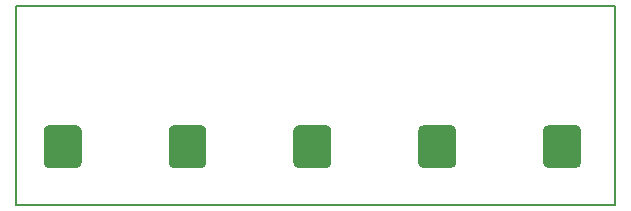
<source format=gbr>
%TF.GenerationSoftware,KiCad,Pcbnew,9.0.1*%
%TF.CreationDate,2025-07-31T19:05:46-04:00*%
%TF.ProjectId,droneled,64726f6e-656c-4656-942e-6b696361645f,rev?*%
%TF.SameCoordinates,Original*%
%TF.FileFunction,Profile,NP*%
%FSLAX46Y46*%
G04 Gerber Fmt 4.6, Leading zero omitted, Abs format (unit mm)*
G04 Created by KiCad (PCBNEW 9.0.1) date 2025-07-31 19:05:46*
%MOMM*%
%LPD*%
G01*
G04 APERTURE LIST*
%TA.AperFunction,Profile*%
%ADD10C,0.200000*%
%TD*%
%TA.AperFunction,Profile*%
%ADD11C,0.000000*%
%TD*%
G04 APERTURE END LIST*
D10*
X134120000Y-109550000D02*
X184840000Y-109550000D01*
X184840000Y-126390000D01*
X134120000Y-126390000D01*
X134120000Y-109550000D01*
D11*
%TA.AperFunction,Profile*%
%TO.C,D2*%
G36*
X149822688Y-119670000D02*
G01*
X149822688Y-119670000D01*
G75*
G02*
X150222688Y-120070000I12J-400000D01*
G01*
X150222688Y-122870000D01*
G75*
G02*
X149822688Y-123270000I-399988J0D01*
G01*
X147422688Y-123270000D01*
X147422188Y-123270000D01*
G75*
G02*
X147022688Y-122876500I812J400300D01*
G01*
X147022688Y-122870000D01*
X147022688Y-120070000D01*
X147022188Y-120070000D01*
G75*
G02*
X147422188Y-119670000I400012J0D01*
G01*
X149822688Y-119670000D01*
G37*
%TD.AperFunction*%
%TA.AperFunction,Profile*%
%TO.C,D1*%
G36*
X139250250Y-119670000D02*
G01*
X139250250Y-119670000D01*
G75*
G02*
X139650250Y-120070000I50J-400000D01*
G01*
X139650250Y-122870000D01*
G75*
G02*
X139250250Y-123270000I-399950J0D01*
G01*
X136850250Y-123270000D01*
X136849750Y-123270000D01*
G75*
G02*
X136450250Y-122876500I750J400300D01*
G01*
X136450250Y-122870000D01*
X136450250Y-120070000D01*
X136449750Y-120070000D01*
G75*
G02*
X136849750Y-119670000I399950J0D01*
G01*
X139250250Y-119670000D01*
G37*
%TD.AperFunction*%
%TA.AperFunction,Profile*%
%TO.C,D4*%
G36*
X170967563Y-119670000D02*
G01*
X170967563Y-119670000D01*
G75*
G02*
X171367563Y-120070000I37J-400000D01*
G01*
X171367563Y-122870000D01*
G75*
G02*
X170967563Y-123270000I-399963J0D01*
G01*
X168567563Y-123270000D01*
X168567063Y-123270000D01*
G75*
G02*
X168167563Y-122876500I737J400300D01*
G01*
X168167563Y-122870000D01*
X168167563Y-120070000D01*
X168167063Y-120070000D01*
G75*
G02*
X168567063Y-119670000I400037J0D01*
G01*
X170967563Y-119670000D01*
G37*
%TD.AperFunction*%
%TA.AperFunction,Profile*%
%TO.C,D5*%
G36*
X181540000Y-119670000D02*
G01*
X181540000Y-119670000D01*
G75*
G02*
X181940000Y-120070000I0J-400000D01*
G01*
X181940000Y-122870000D01*
G75*
G02*
X181540000Y-123270000I-400000J0D01*
G01*
X179140000Y-123270000D01*
X179139500Y-123270000D01*
G75*
G02*
X178740000Y-122876500I800J400300D01*
G01*
X178740000Y-122870000D01*
X178740000Y-120070000D01*
X178739500Y-120070000D01*
G75*
G02*
X179139500Y-119670000I400000J0D01*
G01*
X181540000Y-119670000D01*
G37*
%TD.AperFunction*%
%TA.AperFunction,Profile*%
%TO.C,D3*%
G36*
X160395125Y-119670000D02*
G01*
X160395125Y-119670000D01*
G75*
G02*
X160795125Y-120070000I-25J-400000D01*
G01*
X160795125Y-122870000D01*
G75*
G02*
X160395125Y-123270000I-400025J0D01*
G01*
X157995125Y-123270000D01*
X157994625Y-123270000D01*
G75*
G02*
X157595125Y-122876500I775J400300D01*
G01*
X157595125Y-122870000D01*
X157595125Y-120070000D01*
X157594625Y-120070000D01*
G75*
G02*
X157994625Y-119670000I399975J0D01*
G01*
X160395125Y-119670000D01*
G37*
%TD.AperFunction*%
%TD*%
M02*

</source>
